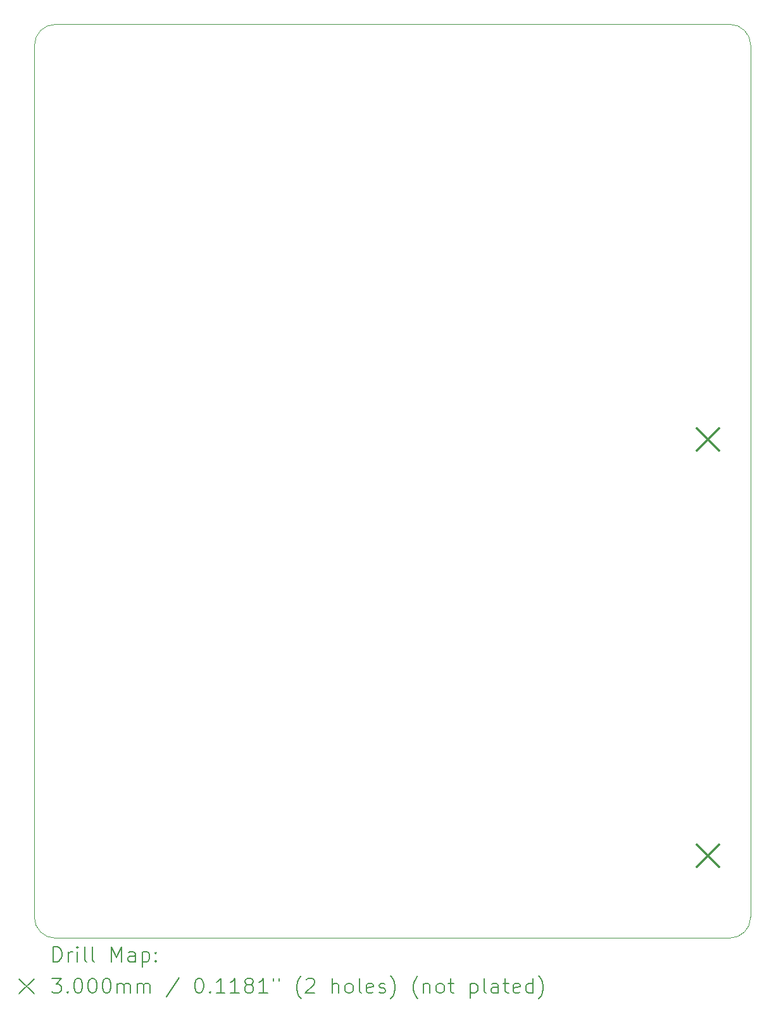
<source format=gbr>
%TF.GenerationSoftware,KiCad,Pcbnew,(6.0.10)*%
%TF.CreationDate,2023-01-26T21:45:52-05:00*%
%TF.ProjectId,Input,496e7075-742e-46b6-9963-61645f706362,rev?*%
%TF.SameCoordinates,Original*%
%TF.FileFunction,Drillmap*%
%TF.FilePolarity,Positive*%
%FSLAX45Y45*%
G04 Gerber Fmt 4.5, Leading zero omitted, Abs format (unit mm)*
G04 Created by KiCad (PCBNEW (6.0.10)) date 2023-01-26 21:45:52*
%MOMM*%
%LPD*%
G01*
G04 APERTURE LIST*
%ADD10C,0.100000*%
%ADD11C,0.200000*%
%ADD12C,0.300000*%
G04 APERTURE END LIST*
D10*
X19381204Y-4097766D02*
G75*
G03*
X19101804Y-3818366I-279404J-4D01*
G01*
X9799766Y-4097766D02*
X9798766Y-15748000D01*
X19100804Y-16027404D02*
G75*
G03*
X19380204Y-15748000I-4J279404D01*
G01*
X10079166Y-3818366D02*
G75*
G03*
X9799766Y-4097766I4J-279404D01*
G01*
X9798770Y-15748000D02*
G75*
G03*
X10078166Y-16027400I279400J0D01*
G01*
X19101804Y-3818366D02*
X10079166Y-3818366D01*
X10078166Y-16027400D02*
X19100804Y-16027400D01*
X19380204Y-15748000D02*
X19381204Y-4097766D01*
D11*
D12*
X18658600Y-9216200D02*
X18958600Y-9516200D01*
X18958600Y-9216200D02*
X18658600Y-9516200D01*
X18658600Y-14776200D02*
X18958600Y-15076200D01*
X18958600Y-14776200D02*
X18658600Y-15076200D01*
D11*
X10051385Y-16342876D02*
X10051385Y-16142876D01*
X10099004Y-16142876D01*
X10127575Y-16152400D01*
X10146623Y-16171448D01*
X10156147Y-16190495D01*
X10165670Y-16228590D01*
X10165670Y-16257162D01*
X10156147Y-16295257D01*
X10146623Y-16314305D01*
X10127575Y-16333352D01*
X10099004Y-16342876D01*
X10051385Y-16342876D01*
X10251385Y-16342876D02*
X10251385Y-16209543D01*
X10251385Y-16247638D02*
X10260908Y-16228590D01*
X10270432Y-16219067D01*
X10289480Y-16209543D01*
X10308528Y-16209543D01*
X10375194Y-16342876D02*
X10375194Y-16209543D01*
X10375194Y-16142876D02*
X10365670Y-16152400D01*
X10375194Y-16161924D01*
X10384718Y-16152400D01*
X10375194Y-16142876D01*
X10375194Y-16161924D01*
X10499004Y-16342876D02*
X10479956Y-16333352D01*
X10470432Y-16314305D01*
X10470432Y-16142876D01*
X10603766Y-16342876D02*
X10584718Y-16333352D01*
X10575194Y-16314305D01*
X10575194Y-16142876D01*
X10832337Y-16342876D02*
X10832337Y-16142876D01*
X10899004Y-16285733D01*
X10965670Y-16142876D01*
X10965670Y-16342876D01*
X11146623Y-16342876D02*
X11146623Y-16238114D01*
X11137099Y-16219067D01*
X11118051Y-16209543D01*
X11079956Y-16209543D01*
X11060908Y-16219067D01*
X11146623Y-16333352D02*
X11127575Y-16342876D01*
X11079956Y-16342876D01*
X11060908Y-16333352D01*
X11051385Y-16314305D01*
X11051385Y-16295257D01*
X11060908Y-16276209D01*
X11079956Y-16266686D01*
X11127575Y-16266686D01*
X11146623Y-16257162D01*
X11241861Y-16209543D02*
X11241861Y-16409543D01*
X11241861Y-16219067D02*
X11260908Y-16209543D01*
X11299004Y-16209543D01*
X11318051Y-16219067D01*
X11327575Y-16228590D01*
X11337099Y-16247638D01*
X11337099Y-16304781D01*
X11327575Y-16323828D01*
X11318051Y-16333352D01*
X11299004Y-16342876D01*
X11260908Y-16342876D01*
X11241861Y-16333352D01*
X11422813Y-16323828D02*
X11432337Y-16333352D01*
X11422813Y-16342876D01*
X11413289Y-16333352D01*
X11422813Y-16323828D01*
X11422813Y-16342876D01*
X11422813Y-16219067D02*
X11432337Y-16228590D01*
X11422813Y-16238114D01*
X11413289Y-16228590D01*
X11422813Y-16219067D01*
X11422813Y-16238114D01*
X9593766Y-16572400D02*
X9793766Y-16772400D01*
X9793766Y-16572400D02*
X9593766Y-16772400D01*
X10032337Y-16562876D02*
X10156147Y-16562876D01*
X10089480Y-16639067D01*
X10118051Y-16639067D01*
X10137099Y-16648590D01*
X10146623Y-16658114D01*
X10156147Y-16677162D01*
X10156147Y-16724781D01*
X10146623Y-16743828D01*
X10137099Y-16753352D01*
X10118051Y-16762876D01*
X10060908Y-16762876D01*
X10041861Y-16753352D01*
X10032337Y-16743828D01*
X10241861Y-16743828D02*
X10251385Y-16753352D01*
X10241861Y-16762876D01*
X10232337Y-16753352D01*
X10241861Y-16743828D01*
X10241861Y-16762876D01*
X10375194Y-16562876D02*
X10394242Y-16562876D01*
X10413289Y-16572400D01*
X10422813Y-16581924D01*
X10432337Y-16600971D01*
X10441861Y-16639067D01*
X10441861Y-16686686D01*
X10432337Y-16724781D01*
X10422813Y-16743828D01*
X10413289Y-16753352D01*
X10394242Y-16762876D01*
X10375194Y-16762876D01*
X10356147Y-16753352D01*
X10346623Y-16743828D01*
X10337099Y-16724781D01*
X10327575Y-16686686D01*
X10327575Y-16639067D01*
X10337099Y-16600971D01*
X10346623Y-16581924D01*
X10356147Y-16572400D01*
X10375194Y-16562876D01*
X10565670Y-16562876D02*
X10584718Y-16562876D01*
X10603766Y-16572400D01*
X10613289Y-16581924D01*
X10622813Y-16600971D01*
X10632337Y-16639067D01*
X10632337Y-16686686D01*
X10622813Y-16724781D01*
X10613289Y-16743828D01*
X10603766Y-16753352D01*
X10584718Y-16762876D01*
X10565670Y-16762876D01*
X10546623Y-16753352D01*
X10537099Y-16743828D01*
X10527575Y-16724781D01*
X10518051Y-16686686D01*
X10518051Y-16639067D01*
X10527575Y-16600971D01*
X10537099Y-16581924D01*
X10546623Y-16572400D01*
X10565670Y-16562876D01*
X10756147Y-16562876D02*
X10775194Y-16562876D01*
X10794242Y-16572400D01*
X10803766Y-16581924D01*
X10813289Y-16600971D01*
X10822813Y-16639067D01*
X10822813Y-16686686D01*
X10813289Y-16724781D01*
X10803766Y-16743828D01*
X10794242Y-16753352D01*
X10775194Y-16762876D01*
X10756147Y-16762876D01*
X10737099Y-16753352D01*
X10727575Y-16743828D01*
X10718051Y-16724781D01*
X10708528Y-16686686D01*
X10708528Y-16639067D01*
X10718051Y-16600971D01*
X10727575Y-16581924D01*
X10737099Y-16572400D01*
X10756147Y-16562876D01*
X10908528Y-16762876D02*
X10908528Y-16629543D01*
X10908528Y-16648590D02*
X10918051Y-16639067D01*
X10937099Y-16629543D01*
X10965670Y-16629543D01*
X10984718Y-16639067D01*
X10994242Y-16658114D01*
X10994242Y-16762876D01*
X10994242Y-16658114D02*
X11003766Y-16639067D01*
X11022813Y-16629543D01*
X11051385Y-16629543D01*
X11070432Y-16639067D01*
X11079956Y-16658114D01*
X11079956Y-16762876D01*
X11175194Y-16762876D02*
X11175194Y-16629543D01*
X11175194Y-16648590D02*
X11184718Y-16639067D01*
X11203766Y-16629543D01*
X11232337Y-16629543D01*
X11251385Y-16639067D01*
X11260908Y-16658114D01*
X11260908Y-16762876D01*
X11260908Y-16658114D02*
X11270432Y-16639067D01*
X11289480Y-16629543D01*
X11318051Y-16629543D01*
X11337099Y-16639067D01*
X11346623Y-16658114D01*
X11346623Y-16762876D01*
X11737099Y-16553352D02*
X11565670Y-16810495D01*
X11994242Y-16562876D02*
X12013289Y-16562876D01*
X12032337Y-16572400D01*
X12041861Y-16581924D01*
X12051385Y-16600971D01*
X12060908Y-16639067D01*
X12060908Y-16686686D01*
X12051385Y-16724781D01*
X12041861Y-16743828D01*
X12032337Y-16753352D01*
X12013289Y-16762876D01*
X11994242Y-16762876D01*
X11975194Y-16753352D01*
X11965670Y-16743828D01*
X11956146Y-16724781D01*
X11946623Y-16686686D01*
X11946623Y-16639067D01*
X11956146Y-16600971D01*
X11965670Y-16581924D01*
X11975194Y-16572400D01*
X11994242Y-16562876D01*
X12146623Y-16743828D02*
X12156146Y-16753352D01*
X12146623Y-16762876D01*
X12137099Y-16753352D01*
X12146623Y-16743828D01*
X12146623Y-16762876D01*
X12346623Y-16762876D02*
X12232337Y-16762876D01*
X12289480Y-16762876D02*
X12289480Y-16562876D01*
X12270432Y-16591448D01*
X12251385Y-16610495D01*
X12232337Y-16620019D01*
X12537099Y-16762876D02*
X12422813Y-16762876D01*
X12479956Y-16762876D02*
X12479956Y-16562876D01*
X12460908Y-16591448D01*
X12441861Y-16610495D01*
X12422813Y-16620019D01*
X12651385Y-16648590D02*
X12632337Y-16639067D01*
X12622813Y-16629543D01*
X12613289Y-16610495D01*
X12613289Y-16600971D01*
X12622813Y-16581924D01*
X12632337Y-16572400D01*
X12651385Y-16562876D01*
X12689480Y-16562876D01*
X12708527Y-16572400D01*
X12718051Y-16581924D01*
X12727575Y-16600971D01*
X12727575Y-16610495D01*
X12718051Y-16629543D01*
X12708527Y-16639067D01*
X12689480Y-16648590D01*
X12651385Y-16648590D01*
X12632337Y-16658114D01*
X12622813Y-16667638D01*
X12613289Y-16686686D01*
X12613289Y-16724781D01*
X12622813Y-16743828D01*
X12632337Y-16753352D01*
X12651385Y-16762876D01*
X12689480Y-16762876D01*
X12708527Y-16753352D01*
X12718051Y-16743828D01*
X12727575Y-16724781D01*
X12727575Y-16686686D01*
X12718051Y-16667638D01*
X12708527Y-16658114D01*
X12689480Y-16648590D01*
X12918051Y-16762876D02*
X12803765Y-16762876D01*
X12860908Y-16762876D02*
X12860908Y-16562876D01*
X12841861Y-16591448D01*
X12822813Y-16610495D01*
X12803765Y-16620019D01*
X12994242Y-16562876D02*
X12994242Y-16600971D01*
X13070432Y-16562876D02*
X13070432Y-16600971D01*
X13365670Y-16839067D02*
X13356146Y-16829543D01*
X13337099Y-16800971D01*
X13327575Y-16781924D01*
X13318051Y-16753352D01*
X13308527Y-16705733D01*
X13308527Y-16667638D01*
X13318051Y-16620019D01*
X13327575Y-16591448D01*
X13337099Y-16572400D01*
X13356146Y-16543828D01*
X13365670Y-16534305D01*
X13432337Y-16581924D02*
X13441861Y-16572400D01*
X13460908Y-16562876D01*
X13508527Y-16562876D01*
X13527575Y-16572400D01*
X13537099Y-16581924D01*
X13546623Y-16600971D01*
X13546623Y-16620019D01*
X13537099Y-16648590D01*
X13422813Y-16762876D01*
X13546623Y-16762876D01*
X13784718Y-16762876D02*
X13784718Y-16562876D01*
X13870432Y-16762876D02*
X13870432Y-16658114D01*
X13860908Y-16639067D01*
X13841861Y-16629543D01*
X13813289Y-16629543D01*
X13794242Y-16639067D01*
X13784718Y-16648590D01*
X13994242Y-16762876D02*
X13975194Y-16753352D01*
X13965670Y-16743828D01*
X13956146Y-16724781D01*
X13956146Y-16667638D01*
X13965670Y-16648590D01*
X13975194Y-16639067D01*
X13994242Y-16629543D01*
X14022813Y-16629543D01*
X14041861Y-16639067D01*
X14051385Y-16648590D01*
X14060908Y-16667638D01*
X14060908Y-16724781D01*
X14051385Y-16743828D01*
X14041861Y-16753352D01*
X14022813Y-16762876D01*
X13994242Y-16762876D01*
X14175194Y-16762876D02*
X14156146Y-16753352D01*
X14146623Y-16734305D01*
X14146623Y-16562876D01*
X14327575Y-16753352D02*
X14308527Y-16762876D01*
X14270432Y-16762876D01*
X14251385Y-16753352D01*
X14241861Y-16734305D01*
X14241861Y-16658114D01*
X14251385Y-16639067D01*
X14270432Y-16629543D01*
X14308527Y-16629543D01*
X14327575Y-16639067D01*
X14337099Y-16658114D01*
X14337099Y-16677162D01*
X14241861Y-16696209D01*
X14413289Y-16753352D02*
X14432337Y-16762876D01*
X14470432Y-16762876D01*
X14489480Y-16753352D01*
X14499004Y-16734305D01*
X14499004Y-16724781D01*
X14489480Y-16705733D01*
X14470432Y-16696209D01*
X14441861Y-16696209D01*
X14422813Y-16686686D01*
X14413289Y-16667638D01*
X14413289Y-16658114D01*
X14422813Y-16639067D01*
X14441861Y-16629543D01*
X14470432Y-16629543D01*
X14489480Y-16639067D01*
X14565670Y-16839067D02*
X14575194Y-16829543D01*
X14594242Y-16800971D01*
X14603765Y-16781924D01*
X14613289Y-16753352D01*
X14622813Y-16705733D01*
X14622813Y-16667638D01*
X14613289Y-16620019D01*
X14603765Y-16591448D01*
X14594242Y-16572400D01*
X14575194Y-16543828D01*
X14565670Y-16534305D01*
X14927575Y-16839067D02*
X14918051Y-16829543D01*
X14899004Y-16800971D01*
X14889480Y-16781924D01*
X14879956Y-16753352D01*
X14870432Y-16705733D01*
X14870432Y-16667638D01*
X14879956Y-16620019D01*
X14889480Y-16591448D01*
X14899004Y-16572400D01*
X14918051Y-16543828D01*
X14927575Y-16534305D01*
X15003765Y-16629543D02*
X15003765Y-16762876D01*
X15003765Y-16648590D02*
X15013289Y-16639067D01*
X15032337Y-16629543D01*
X15060908Y-16629543D01*
X15079956Y-16639067D01*
X15089480Y-16658114D01*
X15089480Y-16762876D01*
X15213289Y-16762876D02*
X15194242Y-16753352D01*
X15184718Y-16743828D01*
X15175194Y-16724781D01*
X15175194Y-16667638D01*
X15184718Y-16648590D01*
X15194242Y-16639067D01*
X15213289Y-16629543D01*
X15241861Y-16629543D01*
X15260908Y-16639067D01*
X15270432Y-16648590D01*
X15279956Y-16667638D01*
X15279956Y-16724781D01*
X15270432Y-16743828D01*
X15260908Y-16753352D01*
X15241861Y-16762876D01*
X15213289Y-16762876D01*
X15337099Y-16629543D02*
X15413289Y-16629543D01*
X15365670Y-16562876D02*
X15365670Y-16734305D01*
X15375194Y-16753352D01*
X15394242Y-16762876D01*
X15413289Y-16762876D01*
X15632337Y-16629543D02*
X15632337Y-16829543D01*
X15632337Y-16639067D02*
X15651385Y-16629543D01*
X15689480Y-16629543D01*
X15708527Y-16639067D01*
X15718051Y-16648590D01*
X15727575Y-16667638D01*
X15727575Y-16724781D01*
X15718051Y-16743828D01*
X15708527Y-16753352D01*
X15689480Y-16762876D01*
X15651385Y-16762876D01*
X15632337Y-16753352D01*
X15841861Y-16762876D02*
X15822813Y-16753352D01*
X15813289Y-16734305D01*
X15813289Y-16562876D01*
X16003765Y-16762876D02*
X16003765Y-16658114D01*
X15994242Y-16639067D01*
X15975194Y-16629543D01*
X15937099Y-16629543D01*
X15918051Y-16639067D01*
X16003765Y-16753352D02*
X15984718Y-16762876D01*
X15937099Y-16762876D01*
X15918051Y-16753352D01*
X15908527Y-16734305D01*
X15908527Y-16715257D01*
X15918051Y-16696209D01*
X15937099Y-16686686D01*
X15984718Y-16686686D01*
X16003765Y-16677162D01*
X16070432Y-16629543D02*
X16146623Y-16629543D01*
X16099004Y-16562876D02*
X16099004Y-16734305D01*
X16108527Y-16753352D01*
X16127575Y-16762876D01*
X16146623Y-16762876D01*
X16289480Y-16753352D02*
X16270432Y-16762876D01*
X16232337Y-16762876D01*
X16213289Y-16753352D01*
X16203765Y-16734305D01*
X16203765Y-16658114D01*
X16213289Y-16639067D01*
X16232337Y-16629543D01*
X16270432Y-16629543D01*
X16289480Y-16639067D01*
X16299004Y-16658114D01*
X16299004Y-16677162D01*
X16203765Y-16696209D01*
X16470432Y-16762876D02*
X16470432Y-16562876D01*
X16470432Y-16753352D02*
X16451385Y-16762876D01*
X16413289Y-16762876D01*
X16394242Y-16753352D01*
X16384718Y-16743828D01*
X16375194Y-16724781D01*
X16375194Y-16667638D01*
X16384718Y-16648590D01*
X16394242Y-16639067D01*
X16413289Y-16629543D01*
X16451385Y-16629543D01*
X16470432Y-16639067D01*
X16546623Y-16839067D02*
X16556146Y-16829543D01*
X16575194Y-16800971D01*
X16584718Y-16781924D01*
X16594242Y-16753352D01*
X16603765Y-16705733D01*
X16603765Y-16667638D01*
X16594242Y-16620019D01*
X16584718Y-16591448D01*
X16575194Y-16572400D01*
X16556146Y-16543828D01*
X16546623Y-16534305D01*
M02*

</source>
